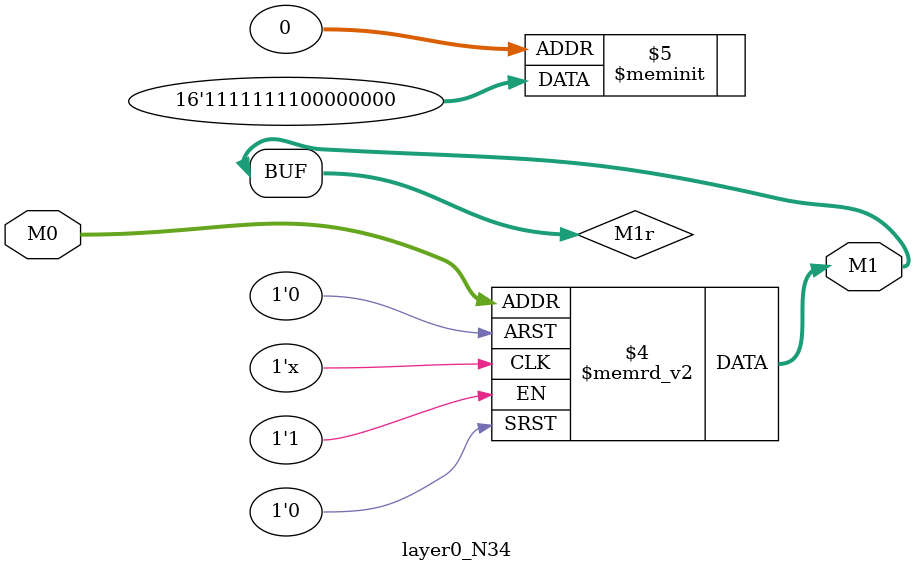
<source format=v>
module layer0_N34 ( input [2:0] M0, output [1:0] M1 );

	(*rom_style = "distributed" *) reg [1:0] M1r;
	assign M1 = M1r;
	always @ (M0) begin
		case (M0)
			3'b000: M1r = 2'b00;
			3'b100: M1r = 2'b11;
			3'b010: M1r = 2'b00;
			3'b110: M1r = 2'b11;
			3'b001: M1r = 2'b00;
			3'b101: M1r = 2'b11;
			3'b011: M1r = 2'b00;
			3'b111: M1r = 2'b11;

		endcase
	end
endmodule

</source>
